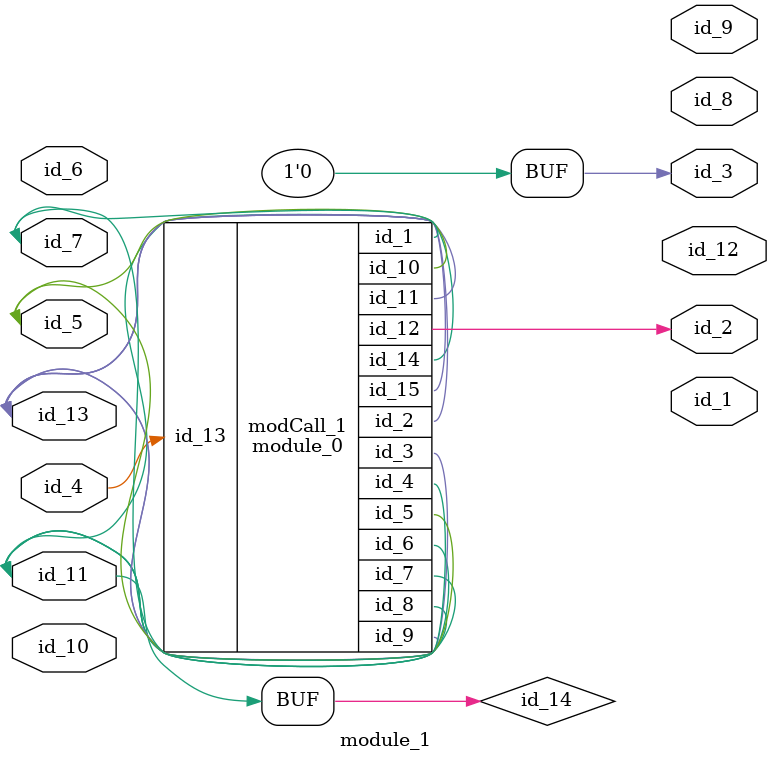
<source format=v>
module module_0 (
    id_1,
    id_2,
    id_3,
    id_4,
    id_5,
    id_6,
    id_7,
    id_8,
    id_9,
    id_10,
    id_11,
    id_12,
    id_13,
    id_14,
    id_15
);
  inout wire id_15;
  output wire id_14;
  input wire id_13;
  output wire id_12;
  output wire id_11;
  inout wire id_10;
  inout wire id_9;
  output wire id_8;
  output wire id_7;
  inout wire id_6;
  inout wire id_5;
  inout wire id_4;
  output wire id_3;
  inout wire id_2;
  inout wire id_1;
  wire id_16;
endmodule
module module_1 (
    id_1,
    id_2,
    id_3,
    id_4,
    id_5,
    id_6,
    id_7,
    id_8,
    id_9,
    id_10,
    id_11,
    id_12,
    id_13
);
  inout wire id_13;
  output wire id_12;
  input wire id_11;
  input wire id_10;
  output wire id_9;
  output wire id_8;
  inout wire id_7;
  input wire id_6;
  inout wire id_5;
  input wire id_4;
  output wire id_3;
  output wire id_2;
  output wire id_1;
  wire id_14 = (id_11);
  module_0 modCall_1 (
      id_7,
      id_13,
      id_13,
      id_7,
      id_5,
      id_14,
      id_14,
      id_14,
      id_13,
      id_5,
      id_13,
      id_2,
      id_4,
      id_14,
      id_13
  );
  always id_3 <= -1'b0;
  wire id_15, id_16;
  wire id_17;
endmodule

</source>
